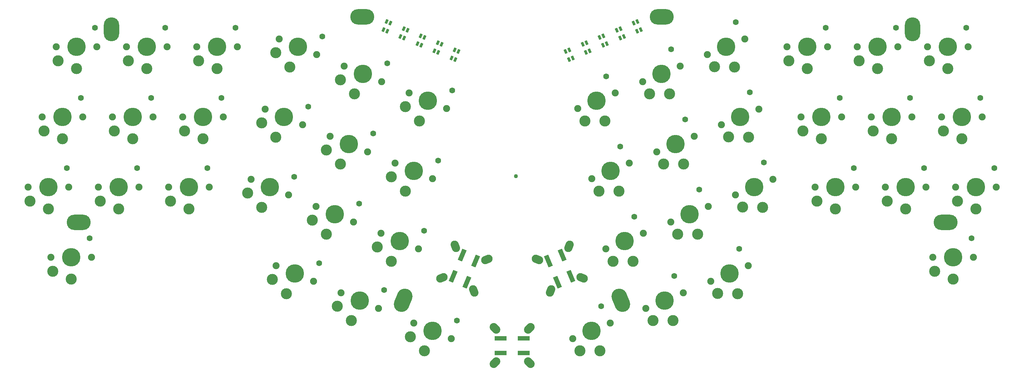
<source format=gbr>
%TF.GenerationSoftware,KiCad,Pcbnew,7.0.10*%
%TF.CreationDate,2025-01-07T08:37:08+09:00*%
%TF.ProjectId,editor,65646974-6f72-42e6-9b69-6361645f7063,rev?*%
%TF.SameCoordinates,Original*%
%TF.FileFunction,Soldermask,Top*%
%TF.FilePolarity,Negative*%
%FSLAX46Y46*%
G04 Gerber Fmt 4.6, Leading zero omitted, Abs format (unit mm)*
G04 Created by KiCad (PCBNEW 7.0.10) date 2025-01-07 08:37:08*
%MOMM*%
%LPD*%
G01*
G04 APERTURE LIST*
G04 Aperture macros list*
%AMHorizOval*
0 Thick line with rounded ends*
0 $1 width*
0 $2 $3 position (X,Y) of the first rounded end (center of the circle)*
0 $4 $5 position (X,Y) of the second rounded end (center of the circle)*
0 Add line between two ends*
20,1,$1,$2,$3,$4,$5,0*
0 Add two circle primitives to create the rounded ends*
1,1,$1,$2,$3*
1,1,$1,$4,$5*%
%AMRotRect*
0 Rectangle, with rotation*
0 The origin of the aperture is its center*
0 $1 length*
0 $2 width*
0 $3 Rotation angle, in degrees counterclockwise*
0 Add horizontal line*
21,1,$1,$2,0,0,$3*%
G04 Aperture macros list end*
%ADD10C,1.900000*%
%ADD11C,3.000000*%
%ADD12C,5.000000*%
%ADD13C,1.600000*%
%ADD14RotRect,1.200000X0.700000X292.619000*%
%ADD15RotRect,1.200000X0.700000X247.381000*%
%ADD16HorizOval,2.200000X-0.457713X-0.188478X0.457713X0.188478X0*%
%ADD17HorizOval,2.200000X-0.188478X0.457713X0.188478X-0.457713X0*%
%ADD18HorizOval,2.200000X0.188478X-0.457713X-0.188478X0.457713X0*%
%ADD19HorizOval,2.200000X0.457713X0.188478X-0.457713X-0.188478X0*%
%ADD20RotRect,3.250000X1.250000X247.381000*%
%ADD21O,6.500000X4.200000*%
%ADD22HorizOval,4.200000X0.442292X-1.061545X-0.442292X1.061545X0*%
%ADD23O,4.200000X6.500000*%
%ADD24C,1.100000*%
%ADD25HorizOval,2.200000X0.350018X-0.350018X-0.350018X0.350018X0*%
%ADD26HorizOval,2.200000X-0.350018X-0.350018X0.350018X0.350018X0*%
%ADD27HorizOval,2.200000X0.350018X0.350018X-0.350018X-0.350018X0*%
%ADD28HorizOval,2.200000X-0.350018X0.350018X0.350018X-0.350018X0*%
%ADD29R,3.250000X1.250000*%
%ADD30HorizOval,2.200000X0.188470X0.457716X-0.188470X-0.457716X0*%
%ADD31HorizOval,2.200000X0.457716X-0.188470X-0.457716X0.188470X0*%
%ADD32HorizOval,2.200000X-0.457716X0.188470X0.457716X-0.188470X0*%
%ADD33HorizOval,2.200000X-0.188470X-0.457716X0.188470X0.457716X0*%
%ADD34RotRect,3.250000X1.250000X112.620000*%
%ADD35HorizOval,4.200000X0.442292X1.061545X-0.442292X-1.061545X0*%
G04 APERTURE END LIST*
D10*
%TO.C,SW32*%
X192862965Y-110142610D03*
D11*
X194785992Y-113458024D03*
D12*
X197939920Y-108027302D03*
D11*
X200209069Y-113473490D03*
D13*
X200574636Y-101350419D03*
D10*
X203016875Y-105911994D03*
%TD*%
%TO.C,SW25*%
X18645000Y-100700000D03*
D11*
X19145000Y-104500000D03*
D12*
X24145000Y-100700000D03*
D11*
X24145000Y-106600000D03*
D13*
X29145000Y-95550000D03*
D10*
X29645000Y-100700000D03*
%TD*%
D14*
%TO.C,LED1*%
X183756614Y-58320162D03*
X184772005Y-57897101D03*
X183875884Y-55746318D03*
X182860493Y-56169379D03*
%TD*%
D10*
%TO.C,SW40*%
X103473540Y-129357503D03*
D11*
X102473596Y-133057518D03*
D12*
X108550495Y-131472811D03*
D11*
X106281346Y-136918999D03*
D13*
X115146606Y-128641942D03*
D10*
X113627450Y-133588119D03*
%TD*%
%TO.C,SW34*%
X232005000Y-100700000D03*
D11*
X232505000Y-104500000D03*
D12*
X237505000Y-100700000D03*
D11*
X237505000Y-106600000D03*
D13*
X242505000Y-95550000D03*
D10*
X243005000Y-100700000D03*
%TD*%
D14*
%TO.C,LED3*%
X174525787Y-62166177D03*
X175541178Y-61743116D03*
X174645057Y-59592333D03*
X173629666Y-60015394D03*
%TD*%
D10*
%TO.C,SW35*%
X251055000Y-100700000D03*
D11*
X251555000Y-104500000D03*
D12*
X256555000Y-100700000D03*
D11*
X256555000Y-106600000D03*
D13*
X261555000Y-95550000D03*
D10*
X262055000Y-100700000D03*
%TD*%
%TO.C,SW14*%
X41505000Y-81650000D03*
D11*
X42005000Y-85450000D03*
D12*
X47005000Y-81650000D03*
D11*
X47005000Y-87550000D03*
D13*
X52005000Y-76500000D03*
D10*
X52505000Y-81650000D03*
%TD*%
D15*
%TO.C,LED9*%
X119593409Y-59820108D03*
X120608800Y-60243169D03*
X121504921Y-58092386D03*
X120489530Y-57669325D03*
%TD*%
D10*
%TO.C,SW18*%
X118127564Y-94188595D03*
D11*
X117127620Y-97888610D03*
D12*
X123204519Y-96303903D03*
D11*
X120935370Y-101750091D03*
D13*
X129800630Y-93473034D03*
D10*
X128281474Y-98419211D03*
%TD*%
%TO.C,SW39*%
X85888814Y-122030845D03*
D11*
X84888870Y-125730860D03*
D12*
X90965769Y-124146153D03*
D11*
X88696620Y-129592341D03*
D13*
X97561880Y-121315284D03*
D10*
X96042724Y-126261461D03*
%TD*%
D16*
%TO.C,SW47*%
X143032571Y-120311642D03*
D17*
X134447902Y-116734849D03*
D18*
X139455778Y-128896311D03*
D19*
X130871109Y-125319518D03*
D20*
X139999885Y-120700149D03*
X137596126Y-126469417D03*
X136307554Y-119161743D03*
X133903795Y-124931011D03*
%TD*%
D10*
%TO.C,SW6*%
X121937276Y-75138537D03*
D11*
X120937332Y-78838552D03*
D12*
X127014231Y-77253845D03*
D11*
X124745082Y-82700033D03*
D13*
X133610342Y-74422976D03*
D10*
X132091186Y-79369153D03*
%TD*%
%TO.C,SW13*%
X22455000Y-81650000D03*
D11*
X22955000Y-85450000D03*
D12*
X27955000Y-81650000D03*
D11*
X27955000Y-87550000D03*
D13*
X32955000Y-76500000D03*
D10*
X33455000Y-81650000D03*
%TD*%
%TO.C,SW17*%
X100542838Y-86861937D03*
D11*
X99542894Y-90561952D03*
D12*
X105619793Y-88977245D03*
D11*
X103350644Y-94423433D03*
D13*
X112215904Y-86146376D03*
D10*
X110696748Y-91092553D03*
%TD*%
%TO.C,SW9*%
X202828266Y-64715838D03*
D11*
X204751293Y-68031252D03*
D12*
X207905221Y-62600530D03*
D11*
X210174370Y-68046718D03*
D13*
X210539937Y-55923647D03*
D10*
X212982176Y-60485222D03*
%TD*%
D21*
%TO.C,H2*%
X109280430Y-54413088D03*
%TD*%
D10*
%TO.C,SW11*%
X243435000Y-62600000D03*
D11*
X243935000Y-66400000D03*
D12*
X248935000Y-62600000D03*
D11*
X248935000Y-68500000D03*
D13*
X253935000Y-57450000D03*
D10*
X254435000Y-62600000D03*
%TD*%
%TO.C,SW30*%
X114317851Y-113238652D03*
D11*
X113317907Y-116938667D03*
D12*
X119394806Y-115353960D03*
D11*
X117125657Y-120800148D03*
D13*
X125990917Y-112523091D03*
D10*
X124471761Y-117469268D03*
%TD*%
%TO.C,SW43*%
X186122549Y-133588120D03*
D11*
X188045576Y-136903534D03*
D12*
X191199504Y-131472812D03*
D11*
X193468653Y-136919000D03*
D13*
X193834220Y-124795929D03*
D10*
X196276459Y-129357504D03*
%TD*%
%TO.C,SW21*%
X206637979Y-83765895D03*
D11*
X208561006Y-87081309D03*
D12*
X211714934Y-81650587D03*
D11*
X213984083Y-87096775D03*
D13*
X214349650Y-74973704D03*
D10*
X216791889Y-79535279D03*
%TD*%
D22*
%TO.C,H7*%
X179390407Y-131422164D03*
%TD*%
D14*
%TO.C,LED4*%
X169910373Y-64089184D03*
X170925764Y-63666123D03*
X170029643Y-61515340D03*
X169014252Y-61938401D03*
%TD*%
D10*
%TO.C,SW12*%
X262485000Y-62600000D03*
D11*
X262985000Y-66400000D03*
D12*
X267985000Y-62600000D03*
D11*
X267985000Y-68500000D03*
D13*
X272985000Y-57450000D03*
D10*
X273485000Y-62600000D03*
%TD*%
%TO.C,SW44*%
X203707275Y-126261462D03*
D11*
X205630302Y-129576876D03*
D12*
X208784230Y-124146154D03*
D11*
X211053379Y-129592342D03*
D13*
X211418946Y-117469271D03*
D10*
X213861185Y-122030846D03*
%TD*%
D23*
%TO.C,H4*%
X258460000Y-57837500D03*
%TD*%
D10*
%TO.C,SW41*%
X123256122Y-137600557D03*
D11*
X122256178Y-141300572D03*
D12*
X128333077Y-139715865D03*
D11*
X126063928Y-145162053D03*
D13*
X134929188Y-136884996D03*
D10*
X133410032Y-141831173D03*
%TD*%
%TO.C,SW3*%
X64365000Y-62600000D03*
D11*
X64865000Y-66400000D03*
D12*
X69865000Y-62600000D03*
D11*
X69865000Y-68500000D03*
D13*
X74865000Y-57450000D03*
D10*
X75365000Y-62600000D03*
%TD*%
%TO.C,SW42*%
X166339968Y-141831173D03*
D11*
X168262995Y-145146587D03*
D12*
X171416923Y-139715865D03*
D11*
X173686072Y-145162053D03*
D13*
X174051639Y-133038982D03*
D10*
X176493878Y-137600557D03*
%TD*%
%TO.C,SW26*%
X37695000Y-100700000D03*
D11*
X38195000Y-104500000D03*
D12*
X43195000Y-100700000D03*
D11*
X43195000Y-106600000D03*
D13*
X48195000Y-95550000D03*
D10*
X48695000Y-100700000D03*
%TD*%
D24*
%TO.C,SW50*%
X150875000Y-97700000D03*
%TD*%
D15*
%TO.C,LED6*%
X133439650Y-65589130D03*
X134455041Y-66012191D03*
X135351162Y-63861408D03*
X134335771Y-63438347D03*
%TD*%
D10*
%TO.C,SW2*%
X45315000Y-62600000D03*
D11*
X45815000Y-66400000D03*
D12*
X50815000Y-62600000D03*
D11*
X50815000Y-68500000D03*
D13*
X55815000Y-57450000D03*
D10*
X56315000Y-62600000D03*
%TD*%
%TO.C,SW10*%
X224385000Y-62600000D03*
D11*
X224885000Y-66400000D03*
D12*
X229885000Y-62600000D03*
D11*
X229885000Y-68500000D03*
D13*
X234885000Y-57450000D03*
D10*
X235385000Y-62600000D03*
%TD*%
%TO.C,SW1*%
X26265000Y-62600000D03*
D11*
X26765000Y-66400000D03*
D12*
X31765000Y-62600000D03*
D11*
X31765000Y-68500000D03*
D13*
X36765000Y-57450000D03*
D10*
X37265000Y-62600000D03*
%TD*%
%TO.C,SW4*%
X86767824Y-60485222D03*
D11*
X85767880Y-64185237D03*
D12*
X91844779Y-62600530D03*
D11*
X89575630Y-68046718D03*
D13*
X98440890Y-59769661D03*
D10*
X96921734Y-64715838D03*
%TD*%
%TO.C,SW46*%
X263914000Y-119750000D03*
D11*
X264414000Y-123550000D03*
D12*
X269414000Y-119750000D03*
D11*
X269414000Y-125650000D03*
D13*
X274414000Y-114600000D03*
D10*
X274914000Y-119750000D03*
%TD*%
%TO.C,SW20*%
X189053253Y-91092553D03*
D11*
X190976280Y-94407967D03*
D12*
X194130208Y-88977245D03*
D11*
X196399357Y-94423433D03*
D13*
X196764924Y-82300362D03*
D10*
X199207163Y-86861937D03*
%TD*%
%TO.C,SW28*%
X79148399Y-98585337D03*
D11*
X78148455Y-102285352D03*
D12*
X84225354Y-100700645D03*
D11*
X81956205Y-106146833D03*
D13*
X90821465Y-97869776D03*
D10*
X89302309Y-102815953D03*
%TD*%
%TO.C,SW15*%
X60555000Y-81650000D03*
D11*
X61055000Y-85450000D03*
D12*
X66055000Y-81650000D03*
D11*
X66055000Y-87550000D03*
D13*
X71055000Y-76500000D03*
D10*
X71555000Y-81650000D03*
%TD*%
%TO.C,SW37*%
X24836000Y-119750000D03*
D11*
X25336000Y-123550000D03*
D12*
X30336000Y-119750000D03*
D11*
X30336000Y-125650000D03*
D13*
X35336000Y-114600000D03*
D10*
X35836000Y-119750000D03*
%TD*%
D15*
%TO.C,LED8*%
X124208823Y-61743116D03*
X125224214Y-62166177D03*
X126120335Y-60015394D03*
X125104944Y-59592333D03*
%TD*%
D10*
%TO.C,SW29*%
X96733125Y-105911994D03*
D11*
X95733181Y-109612009D03*
D12*
X101810080Y-108027302D03*
D11*
X99540931Y-113473490D03*
D13*
X108406191Y-105196433D03*
D10*
X106887035Y-110142610D03*
%TD*%
D14*
%TO.C,LED2*%
X179141200Y-60243169D03*
X180156591Y-59820108D03*
X179260470Y-57669325D03*
X178245079Y-58092386D03*
%TD*%
D21*
%TO.C,H3*%
X190469570Y-54413088D03*
%TD*%
D25*
%TO.C,SW49*%
X145225000Y-139050000D03*
D26*
X145225000Y-148350000D03*
D27*
X154525000Y-139050000D03*
D28*
X154525000Y-148350000D03*
D29*
X146750000Y-141700000D03*
X153000000Y-141700000D03*
X146750000Y-145700000D03*
X153000000Y-145700000D03*
%TD*%
D10*
%TO.C,SW5*%
X104352550Y-67811879D03*
D11*
X103352606Y-71511894D03*
D12*
X109429505Y-69927187D03*
D11*
X107160356Y-75373375D03*
D13*
X116025616Y-67096318D03*
D10*
X114506460Y-72042495D03*
%TD*%
%TO.C,SW36*%
X270105000Y-100700000D03*
D11*
X270605000Y-104500000D03*
D12*
X275605000Y-100700000D03*
D11*
X275605000Y-106600000D03*
D13*
X280605000Y-95550000D03*
D10*
X281105000Y-100700000D03*
%TD*%
D23*
%TO.C,H1*%
X41290000Y-57837500D03*
%TD*%
D10*
%TO.C,SW8*%
X185243540Y-72042495D03*
D11*
X187166567Y-75357909D03*
D12*
X190320495Y-69927187D03*
D11*
X192589644Y-75373375D03*
D13*
X192955211Y-63250304D03*
D10*
X195397450Y-67811879D03*
%TD*%
%TO.C,SW31*%
X175278239Y-117469268D03*
D11*
X177201266Y-120784682D03*
D12*
X180355194Y-115353960D03*
D11*
X182624343Y-120800148D03*
D13*
X182989910Y-108677077D03*
D10*
X185432149Y-113238652D03*
%TD*%
D14*
%TO.C,LED5*%
X165294959Y-66012191D03*
X166310350Y-65589130D03*
X165414229Y-63438347D03*
X164398838Y-63861408D03*
%TD*%
D21*
%TO.C,H5*%
X32336000Y-110225000D03*
%TD*%
D15*
%TO.C,LED10*%
X114977995Y-57897101D03*
X115993386Y-58320162D03*
X116889507Y-56169379D03*
X115874116Y-55746318D03*
%TD*%
D10*
%TO.C,SW24*%
X266295000Y-81650000D03*
D11*
X266795000Y-85450000D03*
D12*
X271795000Y-81650000D03*
D11*
X271795000Y-87550000D03*
D13*
X276795000Y-76500000D03*
D10*
X277295000Y-81650000D03*
%TD*%
D15*
%TO.C,LED7*%
X128824236Y-63666123D03*
X129839627Y-64089184D03*
X130735748Y-61938401D03*
X129720357Y-61515340D03*
%TD*%
D10*
%TO.C,SW22*%
X228195000Y-81650000D03*
D11*
X228695000Y-85450000D03*
D12*
X233695000Y-81650000D03*
D11*
X233695000Y-87550000D03*
D13*
X238695000Y-76500000D03*
D10*
X239195000Y-81650000D03*
%TD*%
%TO.C,SW33*%
X210447691Y-102815953D03*
D11*
X212370718Y-106131367D03*
D12*
X215524646Y-100700645D03*
D11*
X217793795Y-106146833D03*
D13*
X218159362Y-94023762D03*
D10*
X220601601Y-98585337D03*
%TD*%
D21*
%TO.C,H8*%
X267414000Y-110225000D03*
%TD*%
D30*
%TO.C,SW48*%
X160294328Y-128896355D03*
D31*
X168878935Y-125319412D03*
D32*
X156717385Y-120311748D03*
D33*
X165301992Y-116734805D03*
D34*
X162153937Y-126469428D03*
X159750078Y-120700203D03*
X165846242Y-124930957D03*
X163442383Y-119161732D03*
%TD*%
D10*
%TO.C,SW27*%
X56745000Y-100700000D03*
D11*
X57245000Y-104500000D03*
D12*
X62245000Y-100700000D03*
D11*
X62245000Y-106600000D03*
D13*
X67245000Y-95550000D03*
D10*
X67745000Y-100700000D03*
%TD*%
%TO.C,SW7*%
X167658814Y-79369153D03*
D11*
X169581841Y-82684567D03*
D12*
X172735769Y-77253845D03*
D11*
X175004918Y-82700033D03*
D13*
X175370485Y-70576962D03*
D10*
X177812724Y-75138537D03*
%TD*%
D35*
%TO.C,H6*%
X120359593Y-131422164D03*
%TD*%
D10*
%TO.C,SW16*%
X82958112Y-79535279D03*
D11*
X81958168Y-83235294D03*
D12*
X88035067Y-81650587D03*
D11*
X85765918Y-87096775D03*
D13*
X94631178Y-78819718D03*
D10*
X93112022Y-83765895D03*
%TD*%
%TO.C,SW23*%
X247245000Y-81650000D03*
D11*
X247745000Y-85450000D03*
D12*
X252745000Y-81650000D03*
D11*
X252745000Y-87550000D03*
D13*
X257745000Y-76500000D03*
D10*
X258245000Y-81650000D03*
%TD*%
%TO.C,SW19*%
X171468527Y-98419211D03*
D11*
X173391554Y-101734625D03*
D12*
X176545482Y-96303903D03*
D11*
X178814631Y-101750091D03*
D13*
X179180198Y-89627020D03*
D10*
X181622437Y-94188595D03*
%TD*%
M02*

</source>
